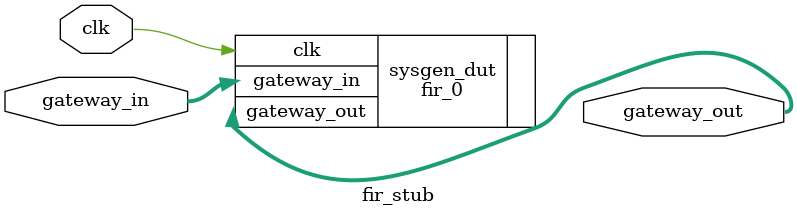
<source format=v>
`timescale 1 ns / 10 ps
module fir_stub (
  input [16-1:0] gateway_in,
  input clk,
  output [36-1:0] gateway_out
);
  fir_0 sysgen_dut (
    .gateway_in(gateway_in),
    .clk(clk),
    .gateway_out(gateway_out)
  );
endmodule

</source>
